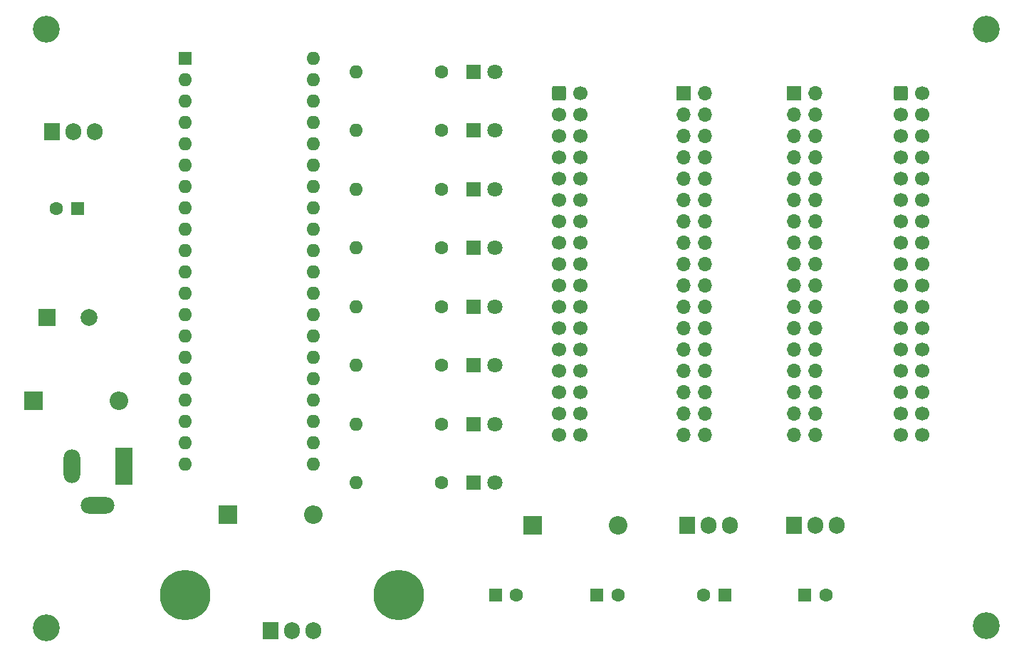
<source format=gbr>
%TF.GenerationSoftware,KiCad,Pcbnew,8.0.8*%
%TF.CreationDate,2025-02-17T18:47:31+01:00*%
%TF.ProjectId,Q1LMCKbdTester,51314c4d-434b-4626-9454-65737465722e,rev?*%
%TF.SameCoordinates,Original*%
%TF.FileFunction,Soldermask,Bot*%
%TF.FilePolarity,Negative*%
%FSLAX46Y46*%
G04 Gerber Fmt 4.6, Leading zero omitted, Abs format (unit mm)*
G04 Created by KiCad (PCBNEW 8.0.8) date 2025-02-17 18:47:31*
%MOMM*%
%LPD*%
G01*
G04 APERTURE LIST*
G04 Aperture macros list*
%AMRoundRect*
0 Rectangle with rounded corners*
0 $1 Rounding radius*
0 $2 $3 $4 $5 $6 $7 $8 $9 X,Y pos of 4 corners*
0 Add a 4 corners polygon primitive as box body*
4,1,4,$2,$3,$4,$5,$6,$7,$8,$9,$2,$3,0*
0 Add four circle primitives for the rounded corners*
1,1,$1+$1,$2,$3*
1,1,$1+$1,$4,$5*
1,1,$1+$1,$6,$7*
1,1,$1+$1,$8,$9*
0 Add four rect primitives between the rounded corners*
20,1,$1+$1,$2,$3,$4,$5,0*
20,1,$1+$1,$4,$5,$6,$7,0*
20,1,$1+$1,$6,$7,$8,$9,0*
20,1,$1+$1,$8,$9,$2,$3,0*%
G04 Aperture macros list end*
%ADD10R,1.905000X2.000000*%
%ADD11O,1.905000X2.000000*%
%ADD12R,1.600000X1.600000*%
%ADD13O,1.600000X1.600000*%
%ADD14C,1.600000*%
%ADD15RoundRect,0.250000X-0.600000X-0.600000X0.600000X-0.600000X0.600000X0.600000X-0.600000X0.600000X0*%
%ADD16C,1.700000*%
%ADD17R,1.700000X1.700000*%
%ADD18O,1.700000X1.700000*%
%ADD19R,2.000000X4.500000*%
%ADD20O,2.000000X4.000000*%
%ADD21O,4.000000X2.000000*%
%ADD22C,6.000000*%
%ADD23C,3.200000*%
%ADD24R,1.800000X1.800000*%
%ADD25C,1.800000*%
%ADD26R,2.200000X2.200000*%
%ADD27O,2.200000X2.200000*%
%ADD28R,2.000000X2.000000*%
%ADD29C,2.000000*%
G04 APERTURE END LIST*
D10*
%TO.C,U5*%
X97155000Y-47752000D03*
D11*
X99695000Y-47752000D03*
X102235000Y-47752000D03*
%TD*%
D10*
%TO.C,U4*%
X123190000Y-107117000D03*
D11*
X125730000Y-107117000D03*
X128270000Y-107117000D03*
%TD*%
D10*
%TO.C,U3*%
X185420000Y-94615000D03*
D11*
X187960000Y-94615000D03*
X190500000Y-94615000D03*
%TD*%
D10*
%TO.C,U2*%
X172720000Y-94615000D03*
D11*
X175260000Y-94615000D03*
X177800000Y-94615000D03*
%TD*%
D12*
%TO.C,U1*%
X113030000Y-39038000D03*
D13*
X113030000Y-41578000D03*
X113030000Y-44118000D03*
X113030000Y-46658000D03*
X113030000Y-49198000D03*
X113030000Y-51738000D03*
X113030000Y-54278000D03*
X113030000Y-56818000D03*
X113030000Y-59358000D03*
X113030000Y-61898000D03*
X113030000Y-64438000D03*
X113030000Y-66978000D03*
X113030000Y-69518000D03*
X113030000Y-72058000D03*
X113030000Y-74598000D03*
X113030000Y-77138000D03*
X113030000Y-79678000D03*
X113030000Y-82218000D03*
X113030000Y-84758000D03*
X113030000Y-87298000D03*
X128270000Y-87298000D03*
X128270000Y-84758000D03*
X128270000Y-82218000D03*
X128270000Y-79678000D03*
X128270000Y-77138000D03*
X128270000Y-74598000D03*
X128270000Y-72058000D03*
X128270000Y-69518000D03*
X128270000Y-66978000D03*
X128270000Y-64438000D03*
X128270000Y-61898000D03*
X128270000Y-59358000D03*
X128270000Y-56818000D03*
X128270000Y-54278000D03*
X128270000Y-51738000D03*
X128270000Y-49198000D03*
X128270000Y-46658000D03*
X128270000Y-44118000D03*
X128270000Y-41578000D03*
X128270000Y-39038000D03*
%TD*%
D14*
%TO.C,R8*%
X143510000Y-89535000D03*
D13*
X133350000Y-89535000D03*
%TD*%
D14*
%TO.C,R7*%
X143510000Y-82550000D03*
D13*
X133350000Y-82550000D03*
%TD*%
D14*
%TO.C,R6*%
X143510000Y-75565000D03*
D13*
X133350000Y-75565000D03*
%TD*%
D14*
%TO.C,R5*%
X143510000Y-68580000D03*
D13*
X133350000Y-68580000D03*
%TD*%
D14*
%TO.C,R4*%
X143510000Y-61595000D03*
D13*
X133350000Y-61595000D03*
%TD*%
D14*
%TO.C,R3*%
X143510000Y-54610000D03*
D13*
X133350000Y-54610000D03*
%TD*%
%TO.C,R2*%
X133350000Y-47625000D03*
D14*
X143510000Y-47625000D03*
%TD*%
%TO.C,R1*%
X143510000Y-40640000D03*
D13*
X133350000Y-40640000D03*
%TD*%
D15*
%TO.C,J5*%
X198120000Y-43180000D03*
D16*
X200660000Y-43180000D03*
X198120000Y-45720000D03*
X200660000Y-45720000D03*
X198120000Y-48260000D03*
X200660000Y-48260000D03*
X198120000Y-50800000D03*
X200660000Y-50800000D03*
X198120000Y-53340000D03*
X200660000Y-53340000D03*
X198120000Y-55880000D03*
X200660000Y-55880000D03*
X198120000Y-58420000D03*
X200660000Y-58420000D03*
X198120000Y-60960000D03*
X200660000Y-60960000D03*
X198120000Y-63500000D03*
X200660000Y-63500000D03*
X198120000Y-66040000D03*
X200660000Y-66040000D03*
X198120000Y-68580000D03*
X200660000Y-68580000D03*
X198120000Y-71120000D03*
X200660000Y-71120000D03*
X198120000Y-73660000D03*
X200660000Y-73660000D03*
X198120000Y-76200000D03*
X200660000Y-76200000D03*
X198120000Y-78740000D03*
X200660000Y-78740000D03*
X198120000Y-81280000D03*
X200660000Y-81280000D03*
X198120000Y-83820000D03*
X200660000Y-83820000D03*
%TD*%
D17*
%TO.C,J4*%
X185420000Y-43180000D03*
D18*
X187960000Y-43180000D03*
X185420000Y-45720000D03*
X187960000Y-45720000D03*
X185420000Y-48260000D03*
X187960000Y-48260000D03*
X185420000Y-50800000D03*
X187960000Y-50800000D03*
X185420000Y-53340000D03*
X187960000Y-53340000D03*
X185420000Y-55880000D03*
X187960000Y-55880000D03*
X185420000Y-58420000D03*
X187960000Y-58420000D03*
X185420000Y-60960000D03*
X187960000Y-60960000D03*
X185420000Y-63500000D03*
X187960000Y-63500000D03*
X185420000Y-66040000D03*
X187960000Y-66040000D03*
X185420000Y-68580000D03*
X187960000Y-68580000D03*
X185420000Y-71120000D03*
X187960000Y-71120000D03*
X185420000Y-73660000D03*
X187960000Y-73660000D03*
X185420000Y-76200000D03*
X187960000Y-76200000D03*
X185420000Y-78740000D03*
X187960000Y-78740000D03*
X185420000Y-81280000D03*
X187960000Y-81280000D03*
X185420000Y-83820000D03*
X187960000Y-83820000D03*
%TD*%
D17*
%TO.C,J3*%
X172262800Y-43180000D03*
D18*
X174802800Y-43180000D03*
X172262800Y-45720000D03*
X174802800Y-45720000D03*
X172262800Y-48260000D03*
X174802800Y-48260000D03*
X172262800Y-50800000D03*
X174802800Y-50800000D03*
X172262800Y-53340000D03*
X174802800Y-53340000D03*
X172262800Y-55880000D03*
X174802800Y-55880000D03*
X172262800Y-58420000D03*
X174802800Y-58420000D03*
X172262800Y-60960000D03*
X174802800Y-60960000D03*
X172262800Y-63500000D03*
X174802800Y-63500000D03*
X172262800Y-66040000D03*
X174802800Y-66040000D03*
X172262800Y-68580000D03*
X174802800Y-68580000D03*
X172262800Y-71120000D03*
X174802800Y-71120000D03*
X172262800Y-73660000D03*
X174802800Y-73660000D03*
X172262800Y-76200000D03*
X174802800Y-76200000D03*
X172262800Y-78740000D03*
X174802800Y-78740000D03*
X172262800Y-81280000D03*
X174802800Y-81280000D03*
X172262800Y-83820000D03*
X174802800Y-83820000D03*
%TD*%
D15*
%TO.C,J2*%
X157480000Y-43180000D03*
D16*
X160020000Y-43180000D03*
X157480000Y-45720000D03*
X160020000Y-45720000D03*
X157480000Y-48260000D03*
X160020000Y-48260000D03*
X157480000Y-50800000D03*
X160020000Y-50800000D03*
X157480000Y-53340000D03*
X160020000Y-53340000D03*
X157480000Y-55880000D03*
X160020000Y-55880000D03*
X157480000Y-58420000D03*
X160020000Y-58420000D03*
X157480000Y-60960000D03*
X160020000Y-60960000D03*
X157480000Y-63500000D03*
X160020000Y-63500000D03*
X157480000Y-66040000D03*
X160020000Y-66040000D03*
X157480000Y-68580000D03*
X160020000Y-68580000D03*
X157480000Y-71120000D03*
X160020000Y-71120000D03*
X157480000Y-73660000D03*
X160020000Y-73660000D03*
X157480000Y-76200000D03*
X160020000Y-76200000D03*
X157480000Y-78740000D03*
X160020000Y-78740000D03*
X157480000Y-81280000D03*
X160020000Y-81280000D03*
X157480000Y-83820000D03*
X160020000Y-83820000D03*
%TD*%
D19*
%TO.C,J1*%
X105764000Y-87538000D03*
D20*
X99564000Y-87538000D03*
D21*
X102564000Y-92238000D03*
%TD*%
D22*
%TO.C,HS1*%
X138430000Y-102870000D03*
X113030000Y-102870000D03*
%TD*%
D23*
%TO.C,H4*%
X96520000Y-106807000D03*
%TD*%
%TO.C,H3*%
X208280000Y-106553000D03*
%TD*%
%TO.C,H2*%
X208280000Y-35560000D03*
%TD*%
%TO.C,H1*%
X96520000Y-35560000D03*
%TD*%
D24*
%TO.C,D11*%
X147315000Y-89535000D03*
D25*
X149855000Y-89535000D03*
%TD*%
D24*
%TO.C,D10*%
X147315000Y-82550000D03*
D25*
X149855000Y-82550000D03*
%TD*%
D24*
%TO.C,D9*%
X147315000Y-75565000D03*
D25*
X149855000Y-75565000D03*
%TD*%
D24*
%TO.C,D8*%
X147320000Y-68580000D03*
D25*
X149860000Y-68580000D03*
%TD*%
D24*
%TO.C,D7*%
X147315000Y-61595000D03*
D25*
X149855000Y-61595000D03*
%TD*%
D24*
%TO.C,D6*%
X147320000Y-54610000D03*
D25*
X149860000Y-54610000D03*
%TD*%
D24*
%TO.C,D5*%
X147315000Y-47625000D03*
D25*
X149855000Y-47625000D03*
%TD*%
D24*
%TO.C,D4*%
X147320000Y-40640000D03*
D25*
X149860000Y-40640000D03*
%TD*%
D26*
%TO.C,D3*%
X118110000Y-93345000D03*
D27*
X128270000Y-93345000D03*
%TD*%
D26*
%TO.C,D2*%
X94996000Y-79756000D03*
D27*
X105156000Y-79756000D03*
%TD*%
D26*
%TO.C,D1*%
X154305000Y-94615000D03*
D27*
X164465000Y-94615000D03*
%TD*%
D12*
%TO.C,C6*%
X100221395Y-56896000D03*
D14*
X97721395Y-56896000D03*
%TD*%
D12*
%TO.C,C5*%
X149900000Y-102870000D03*
D14*
X152400000Y-102870000D03*
%TD*%
D12*
%TO.C,C4*%
X186690000Y-102870000D03*
D14*
X189190000Y-102870000D03*
%TD*%
D12*
%TO.C,C3*%
X177165000Y-102870000D03*
D14*
X174665000Y-102870000D03*
%TD*%
D12*
%TO.C,C2*%
X161965000Y-102870000D03*
D14*
X164465000Y-102870000D03*
%TD*%
D28*
%TO.C,C1*%
X96600000Y-69850000D03*
D29*
X101600000Y-69850000D03*
%TD*%
M02*

</source>
